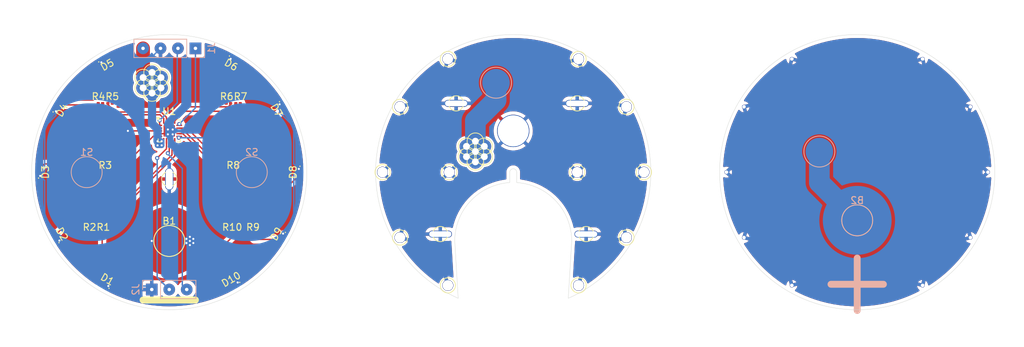
<source format=kicad_pcb>
(kicad_pcb (version 20240108) (generator "pcbnew") (generator_version "8.0")
  (layers (0 "F.Cu" signal) (31 "B.Cu" signal) (34 "B.Paste" user) (35 "F.Paste" user) (36 "B.SilkS" user "B.Silkscreen") (37 "F.SilkS" user "F.Silkscreen") (38 "B.Mask" user) (39 "F.Mask" user) (44 "Edge.Cuts" user))
  (net 0 "")
  (net 1 "Net-(D1-A)")
  (net 2 "GND")
  (net 3 "+3V0")
  (net 4 "Net-(D2-A)")
  (net 5 "Net-(D3-A)")
  (net 6 "Net-(D4-A)")
  (net 7 "Net-(D5-A)")
  (net 8 "Net-(D6-A)")
  (net 9 "Net-(D10-A)")
  (net 10 "Net-(D9-A)")
  (net 11 "Net-(D8-A)")
  (net 12 "Net-(D7-A)")
  (net 13 "/LED7")
  (net 14 "/LED6")
  (net 15 "/LED5")
  (net 16 "/LED4")
  (net 17 "/NRST")
  (net 18 "/SWIO")
  (net 19 "/LED10")
  (net 20 "/LED9")
  (net 21 "/LED8")
  (net 22 "/LED3")
  (net 23 "/LED2")
  (net 24 "/LED1")
  (net 27 "/RX")
  (net 28 "/TX")
  (net 29 "/touch2")
  (net 30 "/touch1")
  (footprint "TestPoint:TestPoint_THTPad_3.0x3.0mm_Drill1.5mm" (layer "F.Cu") (at 100 44)
    (property "Reference" "T1" (hide yes))
    (property "Value" "TestPoint_THTPad_3.0x3.0mm_Drill1.5mm" (hide yes))
    (pad "1" thru_hole circle (at 0 0) (size 4.7 4.7) (drill 4.5) (layers "*.Cu" "*.Mask") (net 2 "GND"))
  )
  (footprint "LED_SMD:LED_0201_0603Metric" (layer "F.Cu") (at 31 50 90)
    (property "Reference" "D3" (at 0 1 90) (layer "F.SilkS"))
    (property "Value" "LED")
    (pad "1" smd roundrect (at -0.32 0 90) (size 0.46 0.4) (layers "F.Cu" "F.Mask") (net 2 "GND"))
    (pad "2" smd roundrect (at 0.32 0 90) (size 0.46 0.4) (layers "F.Cu" "F.Mask") (net 5 "Net-(D3-A)"))
  )
  (footprint "TestPoint:TestPoint_THTPad_D1.0mm_Drill0.5mm" (layer "F.Cu") (at 133.545517 59.5 120)
    (property "Reference" "T29" (hide yes))
    (property "Value" "TestPoint_THTPad_D1.0mm_Drill0.5mm" (hide yes))
    (pad "1" thru_hole circle (at 0 0 120) (size 0.6 0.6) (drill 0.5) (layers "*.Cu" "*.Mask") (net 2 "GND"))
  )
  (footprint "TestPoint:TestPoint_THTPad_D1.0mm_Drill0.5mm" (layer "F.Cu") (at 169 50 -90)
    (property "Reference" "T24" (hide yes))
    (property "Value" "TestPoint_THTPad_D1.0mm_Drill0.5mm" (hide yes))
    (pad "1" thru_hole circle (at 0 0 270) (size 0.6 0.6) (drill 0.5) (layers "*.Cu" "*.Mask") (net 2 "GND"))
  )
  (footprint "LED_SMD:LED_0201_0603Metric" (layer "F.Cu") (at 59.5 66.454482 -150)
    (property "Reference" "D10" (at 0 1 30) (layer "F.SilkS"))
    (property "Value" "LED")
    (pad "1" smd roundrect (at -0.32 0 210) (size 0.46 0.4) (layers "F.Cu" "F.Mask") (net 2 "GND"))
    (pad "2" smd roundrect (at 0.32 0 210) (size 0.46 0.4) (layers "F.Cu" "F.Mask") (net 9 "Net-(D10-A)"))
  )
  (footprint "LED_SMD:LED_0201_0603Metric" (layer "F.Cu") (at 66.454482 59.5 -120)
    (property "Reference" "D9" (at 0 1 60) (layer "F.SilkS"))
    (property "Value" "LED")
    (pad "1" smd roundrect (at -0.32 0 240) (size 0.46 0.4) (layers "F.Cu" "F.Mask") (net 2 "GND"))
    (pad "2" smd roundrect (at 0.32 0 240) (size 0.46 0.4) (layers "F.Cu" "F.Mask") (net 10 "Net-(D9-A)"))
  )
  (footprint "TestPoint:TestPoint_THTPad_3.0x3.0mm_Drill1.5mm" (layer "F.Cu") (at 116.454482 40.5 -60)
    (property "Reference" "T3" (hide yes))
    (property "Value" "TestPoint_THTPad_3.0x3.0mm_Drill1.5mm" (hide yes))
    (pad "1" thru_hole circle (at 0 0 300) (size 1.6 1.6) (drill 1.5) (layers "*.Cu" "*.Mask") (net 2 "GND"))
  )
  (footprint "TestPoint:TestPoint_THTPad_3.0x3.0mm_Drill1.5mm" (layer "F.Cu") (at 83.545517 59.5 120)
    (property "Reference" "T9" (hide yes))
    (property "Value" "TestPoint_THTPad_3.0x3.0mm_Drill1.5mm" (hide yes))
    (pad "1" thru_hole circle (at 0 0 120) (size 1.6 1.6) (drill 1.5) (layers "*.Cu" "*.Mask") (net 2 "GND"))
  )
  (footprint "TestPoint:TestPoint_THTPad_3.0x3.0mm_Drill1.5mm" (layer "F.Cu") (at 119 50 -90)
    (property "Reference" "T4" (hide yes))
    (property "Value" "TestPoint_THTPad_3.0x3.0mm_Drill1.5mm" (hide yes))
    (pad "1" thru_hole circle (at 0 0 270) (size 1.6 1.6) (drill 1.5) (layers "*.Cu" "*.Mask") (net 2 "GND"))
  )
  (footprint "TestPoint:TestPoint_THTPad_D2.0mm_Drill1.0mm" (layer "F.Cu") (at 94.5 45.5)
    (property "Reference" "T51" (hide yes))
    (property "Value" "TestPoint_THTPad_D2.0mm_Drill1.0mm" (hide yes))
    (pad "1" thru_hole circle (at 0 0) (size 2 2) (drill 1) (layers "*.Cu" "*.Mask") (net 3 "+3V0"))
  )
  (footprint "Resistor_SMD:R_0201_0603Metric" (layer "F.Cu") (at 61.3 59)
    (property "Reference" "R9" (at 0.870782 -1 0) (layer "F.SilkS"))
    (property "Value" "R")
    (pad "1" smd roundrect (at -0.32 0) (size 0.46 0.4) (layers "F.Cu" "F.Mask") (net 20 "/LED9"))
    (pad "2" smd roundrect (at 0.32 0) (size 0.46 0.4) (layers "F.Cu" "F.Mask") (net 10 "Net-(D9-A)"))
  )
  (footprint "TestPoint:TestPoint_THTPad_3.0x3.0mm_Drill1.5mm" (layer "F.Cu") (at 109.5 33.545517 -30)
    (property "Reference" "T2" (hide yes))
    (property "Value" "TestPoint_THTPad_3.0x3.0mm_Drill1.5mm" (hide yes))
    (pad "1" thru_hole circle (at 0 0 330) (size 1.6 1.6) (drill 1.5) (layers "*.Cu" "*.Mask") (net 2 "GND"))
  )
  (footprint "Resistor_SMD:R_0201_0603Metric" (layer "F.Cu") (at 40.1 59)
    (property "Reference" "R1" (at 0.32 -1 0) (layer "F.SilkS"))
    (property "Value" "R")
    (pad "1" smd roundrect (at -0.32 0) (size 0.46 0.4) (layers "F.Cu" "F.Mask") (net 24 "/LED1"))
    (pad "2" smd roundrect (at 0.32 0) (size 0.46 0.4) (layers "F.Cu" "F.Mask") (net 1 "Net-(D1-A)"))
  )
  (footprint "Package_DFN_QFN:QFN-20-1EP_3x3mm_P0.4mm_EP1.65x1.65mm" (layer "F.Cu") (at 50 44)
    (property "Reference" "U1" (at 0 -2.83 0) (layer "F.SilkS"))
    (property "Value" "WCH CH32V003F4U6")
    (pad "1" smd roundrect (at -1.45 -0.8) (size 0.85 0.2) (layers "F.Cu" "F.Paste" "F.Mask") (net 17 "/NRST"))
    (pad "2" smd roundrect (at -1.45 -0.4) (size 0.85 0.2) (layers "F.Cu" "F.Paste" "F.Mask"))
    (pad "3" smd roundrect (at -1.45 0) (size 0.85 0.2) (layers "F.Cu" "F.Paste" "F.Mask") (net 30 "/touch1"))
    (pad "4" smd roundrect (at -1.45 0.4) (size 0.85 0.2) (layers "F.Cu" "F.Paste" "F.Mask") (net 2 "GND"))
    (pad "5" smd roundrect (at -1.45 0.8) (size 0.85 0.2) (layers "F.Cu" "F.Paste" "F.Mask") (net 22 "/LED3"))
    (pad "6" smd roundrect (at -0.8 1.45) (size 0.2 0.85) (layers "F.Cu" "F.Paste" "F.Mask") (net 3 "+3V0"))
    (pad "7" smd roundrect (at -0.4 1.45) (size 0.2 0.85) (layers "F.Cu" "F.Paste" "F.Mask") (net 28 "/TX"))
    (pad "8" smd roundrect (at 0 1.45) (size 0.2 0.85) (layers "F.Cu" "F.Paste" "F.Mask") (net 27 "/RX"))
    (pad "9" smd roundrect (at 0.4 1.45) (size 0.2 0.85) (layers "F.Cu" "F.Paste" "F.Mask") (net 23 "/LED2"))
    (pad "10" smd roundrect (at 0.8 1.45) (size 0.2 0.85) (layers "F.Cu" "F.Paste" "F.Mask") (net 24 "/LED1"))
    (pad "11" smd roundrect (at 1.45 0.8) (size 0.85 0.2) (layers "F.Cu" "F.Paste" "F.Mask") (net 29 "/touch2"))
    (pad "12" smd roundrect (at 1.45 0.4) (size 0.85 0.2) (layers "F.Cu" "F.Paste" "F.Mask") (net 19 "/LED10"))
    (pad "13" smd roundrect (at 1.45 0) (size 0.85 0.2) (layers "F.Cu" "F.Paste" "F.Mask") (net 20 "/LED9"))
    (pad "14" smd roundrect (at 1.45 -0.4) (size 0.85 0.2) (layers "F.Cu" "F.Paste" "F.Mask") (net 21 "/LED8"))
    (pad "15" smd roundrect (at 1.45 -0.8) (size 0.85 0.2) (layers "F.Cu" "F.Paste" "F.Mask") (net 18 "/SWIO"))
    (pad "16" smd roundrect (at 0.8 -1.45) (size 0.2 0.85) (layers "F.Cu" "F.Paste" "F.Mask") (net 13 "/LED7"))
    (pad "17" smd roundrect (at 0.4 -1.45) (size 0.2 0.85) (layers "F.Cu" "F.Paste" "F.Mask") (net 14 "/LED6"))
    (pad "18" smd roundrect (at 0 -1.45) (size 0.2 0.85) (layers "F.Cu" "F.Paste" "F.Mask"))
    (pad "19" smd roundrect (at -0.4 -1.45) (size 0.2 0.85) (layers "F.Cu" "F.Paste" "F.Mask") (net 15 "/LED5"))
    (pad "20" smd roundrect (at -0.8 -1.45) (size 0.2 0.85) (layers "F.Cu" "F.Paste" "F.Mask") (net 16 "/LED4"))
    (pad "21" smd rect (at 0 0) (size 1.65 1.65) (property pad_prop_heatsink) (layers "F.Cu" "F.Mask") (net 2 "GND"))
  )
  (footprint "TestPoint:TestPoint_THTPad_D2.0mm_Drill1.0mm" (layer "F.Cu") (at 95.799038 47.75 -120)
    (property "Reference" "T53" (hide yes))
    (property "Value" "TestPoint_THTPad_D2.0mm_Drill1.0mm" (hide yes))
    (pad "1" thru_hole circle (at 0 0 240) (size 2 2) (drill 1) (layers "*.Cu" "*.Mask") (net 3 "+3V0"))
  )
  (footprint "TestPoint:TestPoint_THTPad_D2.0mm_Drill1.0mm" (layer "F.Cu") (at 47.5 37)
    (property "Reference" "T51" (hide yes))
    (property "Value" "TestPoint_THTPad_D2.0mm_Drill1.0mm" (hide yes))
    (pad "1" thru_hole circle (at 0 0) (size 2 2) (drill 1) (layers "*.Cu" "*.Mask") (net 3 "+3V0"))
  )
  (footprint "TestPoint:TestPoint_THTPad_3.0x3.0mm_Drill1.5mm" (layer "F.Cu") (at 89.4 59)
    (property "Reference" "T9" (hide yes))
    (property "Value" "TestPoint_THTPad_3.0x3.0mm_Drill1.5mm" (hide yes))
    (pad "1" thru_hole oval (at 0 0) (size 3.4 1) (drill oval 3.2 0.8) (layers "*.Cu" "*.Mask") (net 2 "GND"))
  )
  (footprint "TestPoint:TestPoint_THTPad_3.0x3.0mm_Drill1.5mm" (layer "F.Cu") (at 109.3 40)
    (property "Reference" "T9" (hide yes))
    (property "Value" "TestPoint_THTPad_3.0x3.0mm_Drill1.5mm" (hide yes))
    (pad "1" thru_hole oval (at 0 0) (size 3.4 1) (drill oval 3.2 0.8) (layers "*.Cu" "*.Mask") (net 2 "GND"))
  )
  (footprint "LED_SMD:LED_0201_0603Metric" (layer "F.Cu") (at 33.545517 59.5 120)
    (property "Reference" "D2" (at 0 1 120) (layer "F.SilkS"))
    (property "Value" "LED")
    (pad "1" smd roundrect (at -0.32 0 120) (size 0.46 0.4) (layers "F.Cu" "F.Mask") (net 2 "GND"))
    (pad "2" smd roundrect (at 0.32 0 120) (size 0.46 0.4) (layers "F.Cu" "F.Mask") (net 4 "Net-(D2-A)"))
  )
  (footprint "TestPoint:TestPoint_THTPad_3.0x3.0mm_Drill1.5mm" (layer "F.Cu") (at 109.5 66.454482 -150)
    (property "Reference" "T6" (hide yes))
    (property "Value" "TestPoint_THTPad_3.0x3.0mm_Drill1.5mm" (hide yes))
    (pad "1" thru_hole circle (at 0 0 210) (size 1.6 1.6) (drill 1.5) (layers "*.Cu" "*.Mask") (net 2 "GND"))
  )
  (footprint "TestPoint:TestPoint_THTPad_D2.0mm_Drill1.0mm" (layer "F.Cu") (at 94.5 48.5 180)
    (property "Reference" "T54" (hide yes))
    (property "Value" "TestPoint_THTPad_D2.0mm_Drill1.0mm" (hide yes))
    (pad "1" thru_hole circle (at 0 0 180) (size 2 2) (drill 1) (layers "*.Cu" "*.Mask") (net 3 "+3V0"))
  )
  (footprint "TestPoint:TestPoint_THTPad_D1.0mm_Drill0.5mm" (layer "F.Cu") (at 159.5 33.545517 -30)
    (property "Reference" "T22" (hide yes))
    (property "Value" "TestPoint_THTPad_D1.0mm_Drill0.5mm" (hide yes))
    (pad "1" thru_hole circle (at 0 0 330) (size 0.6 0.6) (drill 0.5) (layers "*.Cu" "*.Mask") (net 2 "GND"))
  )
  (footprint "TestPoint:TestPoint_THTPad_D1.0mm_Drill0.5mm" (layer "F.Cu") (at 140.5 33.545517 30)
    (property "Reference" "T32" (hide yes))
    (property "Value" "TestPoint_THTPad_D1.0mm_Drill0.5mm" (hide yes))
    (pad "1" thru_hole circle (at 0 0 30) (size 0.6 0.6) (drill 0.5) (layers "*.Cu" "*.Mask") (net 2 "GND"))
  )
  (footprint "TestPoint:TestPoint_THTPad_D2.0mm_Drill1.0mm" (layer "F.Cu") (at 95.799038 46.25 -60)
    (property "Reference" "T52" (hide yes))
    (property "Value" "TestPoint_THTPad_D2.0mm_Drill1.0mm" (hide yes))
    (pad "1" thru_hole circle (at 0 0 300) (size 2 2) (drill 1) (layers "*.Cu" "*.Mask") (net 3 "+3V0"))
  )
  (footprint "TestPoint:TestPoint_THTPad_3.0x3.0mm_Drill1.5mm" (layer "F.Cu") (at 81 50 90)
    (property "Reference" "T10" (hide yes))
    (property "Value" "TestPoint_THTPad_3.0x3.0mm_Drill1.5mm" (hide yes))
    (pad "1" thru_hole circle (at 0 0 90) (size 1.6 1.6) (drill 1.5) (layers "*.Cu" "*.Mask") (net 2 "GND"))
  )
  (footprint "TestPoint:TestPoint_THTPad_3.0x3.0mm_Drill1.5mm" (layer "F.Cu") (at 116.454482 59.5 -120)
    (property "Reference" "T5" (hide yes))
    (property "Value" "TestPoint_THTPad_3.0x3.0mm_Drill1.5mm" (hide yes))
    (pad "1" thru_hole circle (at 0 0 240) (size 1.6 1.6) (drill 1.5) (layers "*.Cu" "*.Mask") (net 2 "GND"))
  )
  (footprint "TestPoint:TestPoint_THTPad_D2.0mm_Drill1.0mm" (layer "F.Cu") (at 46.200961 37.75 120)
    (property "Reference" "T55" (hide yes))
    (property "Value" "TestPoint_THTPad_D2.0mm_Drill1.0mm" (hide yes))
    (pad "1" thru_hole circle (at 0 0 120) (size 2 2) (drill 1) (layers "*.Cu" "*.Mask") (net 3 "+3V0"))
  )
  (footprint "TestPoint:TestPoint_THTPad_D2.0mm_Drill1.0mm" (layer "F.Cu") (at 48.799038 37.75 -120)
    (property "Reference" "T53" (hide yes))
    (property "Value" "TestPoint_THTPad_D2.0mm_Drill1.0mm" (hide yes))
    (pad "1" thru_hole circle (at 0 0 240) (size 2 2) (drill 1) (layers "*.Cu" "*.Mask") (net 3 "+3V0"))
  )
  (footprint "TestPoint:TestPoint_THTPad_D2.0mm_Drill1.0mm" (layer "F.Cu") (at 93.200961 46.25 60)
    (property "Reference" "T56" (hide yes))
    (property "Value" "TestPoint_THTPad_D2.0mm_Drill1.0mm" (hide yes))
    (pad "1" thru_hole circle (at 0 0 60) (size 2 2) (drill 1) (layers "*.Cu" "*.Mask") (net 3 "+3V0"))
  )
  (footprint "LED_SMD:LED_0201_0603Metric" (layer "F.Cu") (at 59.5 33.545517 -30)
    (property "Reference" "D6" (at 0 1 150) (layer "F.SilkS"))
    (property "Value" "LED")
    (pad "1" smd roundrect (at -0.32 0 330) (size 0.46 0.4) (layers "F.Cu" "F.Mask") (net 2 "GND"))
    (pad "2" smd roundrect (at 0.32 0 330) (size 0.46 0.4) (layers "F.Cu" "F.Mask") (net 8 "Net-(D6-A)"))
  )
  (footprint "TestPoint:TestPoint_THTPad_D1.0mm_Drill0.5mm" (layer "F.Cu") (at 131 50 90)
    (property "Reference" "T30" (hide yes))
    (property "Value" "TestPoint_THTPad_D1.0mm_Drill0.5mm" (hide yes))
    (pad "1" thru_hole circle (at 0 0 90) (size 0.6 0.6) (drill 0.5) (layers "*.Cu" "*.Mask") (net 2 "GND"))
  )
  (footprint "TestPoint:TestPoint_THTPad_3.0x3.0mm_Drill1.5mm" (layer "F.Cu") (at 109.3 50)
    (property "Reference" "T9" (hide yes))
    (property "Value" "TestPoint_THTPad_3.0x3.0mm_Drill1.5mm" (hide yes))
    (pad "1" thru_hole circle (at 0 0) (size 1.6 1.6) (drill 1.5) (layers "*.Cu" "*.Mask") (net 2 "GND"))
  )
  (footprint "TestPoint:TestPoint_THTPad_D1.0mm_Drill0.5mm" (layer "F.Cu") (at 166.454482 59.5 -120)
    (property "Reference" "T25" (hide yes))
    (property "Value" "TestPoint_THTPad_D1.0mm_Drill0.5mm" (hide yes))
    (pad "1" thru_hole circle (at 0 0 240) (size 0.6 0.6) (drill 0.5) (layers "*.Cu" "*.Mask") (net 2 "GND"))
  )
  (footprint "Resistor_SMD:R_0201_0603Metric" (layer "F.Cu") (at 40.7 50 180)
    (property "Reference" "R3" (at 0 1 0) (layer "F.SilkS"))
    (property "Value" "R")
    (pad "1" smd roundrect (at -0.32 0 180) (size 0.46 0.4) (layers "F.Cu" "F.Mask") (net 22 "/LED3"))
    (pad "2" smd roundrect (at 0.32 0 180) (size 0.46 0.4) (layers "F.Cu" "F.Mask") (net 5 "Net-(D3-A)"))
  )
  (footprint "TestPoint:TestPoint_THTPad_D1.0mm_Drill0.5mm" (layer "F.Cu") (at 159.5 66.454482 -150)
    (property "Reference" "T26" (hide yes))
    (property "Value" "TestPoint_THTPad_D1.0mm_Drill0.5mm" (hide yes))
    (pad "1" thru_hole circle (at 0 0 210) (size 0.6 0.6) (drill 0.5) (layers "*.Cu" "*.Mask") (net 2 "GND"))
  )
  (footprint "Resistor_SMD:R_0201_0603Metric" (layer "F.Cu") (at 60 40)
    (property "Reference" "R7" (at 0.362782 -1 0) (layer "F.SilkS"))
    (property "Value" "R")
    (pad "1" smd roundrect (at -0.32 0) (size 0.46 0.4) (layers "F.Cu" "F.Mask") (net 13 "/LED7"))
    (pad "2" smd roundrect (at 0.32 0) (size 0.46 0.4) (layers "F.Cu" "F.Mask") (net 12 "Net-(D7-A)"))
  )
  (footprint "Resistor_SMD:R_0201_0603Metric" (layer "F.Cu") (at 59.3 50)
    (property "Reference" "R8" (at 0 -1 0) (layer "F.SilkS"))
    (property "Value" "R")
    (pad "1" smd roundrect (at -0.32 0) (size 0.46 0.4) (layers "F.Cu" "F.Mask") (net 21 "/LED8"))
    (pad "2" smd roundrect (at 0.32 0) (size 0.46 0.4) (layers "F.Cu" "F.Mask") (net 11 "Net-(D8-A)"))
  )
  (footprint "LED_SMD:LED_0201_0603Metric" (layer "F.Cu") (at 33.545517 40.5 60)
    (property "Reference" "D4" (at 0 1 60) (layer "F.SilkS"))
    (property "Value" "LED")
    (pad "1" smd roundrect (at -0.32 0 60) (size 0.46 0.4) (layers "F.Cu" "F.Mask") (net 2 "GND"))
    (pad "2" smd roundrect (at 0.32 0 60) (size 0.46 0.4) (layers "F.Cu" "F.Mask") (net 6 "Net-(D4-A)"))
  )
  (footprint "LED_SMD:LED_0201_0603Metric" (layer "F.Cu") (at 40.499999 33.545517 30)
    (property "Reference" "D5" (at 0 1 30) (layer "F.SilkS"))
    (property "Value" "LED")
    (pad "1" smd roundrect (at -0.32 0 30) (size 0.46 0.4) (layers "F.Cu" "F.Mask") (net 2 "GND"))
    (pad "2" smd roundrect (at 0.32 0 30) (size 0.46 0.4) (layers "F.Cu" "F.Mask") (net 7 "Net-(D5-A)"))
  )
  (footprint "Resistor_SMD:R_0201_0603Metric" (layer "F.Cu") (at 41.4 40)
    (property "Reference" "R5" (at 0.32 -1 0) (layer "F.SilkS"))
    (property "Value" "R")
    (pad "1" smd roundrect (at -0.32 0) (size 0.46 0.4) (layers "F.Cu" "F.Mask") (net 15 "/LED5"))
    (pad "2" smd roundrect (at 0.32 0) (size 0.46 0.4) (layers "F.Cu" "F.Mask") (net 7 "Net-(D5-A)"))
  )
  (footprint "TestPoint:TestPoint_THTPad_D2.0mm_Drill1.0mm" (layer "F.Cu") (at 47.5 35.5)
    (property "Reference" "T51" (hide yes))
    (property "Value" "TestPoint_THTPad_D2.0mm_Drill1.0mm" (hide yes))
    (pad "1" thru_hole circle (at 0 0) (size 2 2) (drill 1) (layers "*.Cu" "*.Mask") (net 3 "+3V0"))
  )
  (footprint "TestPoint:TestPoint_THTPad_3.0x3.0mm_Drill1.5mm" (layer "F.Cu") (at 90.7 50)
    (property "Reference" "T9" (hide yes))
    (property "Value" "TestPoint_THTPad_3.0x3.0mm_Drill1.5mm" (hide yes))
    (pad "1" thru_hole circle (at 0 0) (size 1.6 1.6) (drill 1.5) (layers "*.Cu" "*.Mask") (net 2 "GND"))
  )
  (footprint "LED_SMD:LED_0201_0603Metric" (layer "F.Cu") (at 40.5 66.454482 150)
    (property "Reference" "D1" (at 0 1 150) (layer "F.SilkS"))
    (property "Value" "LED")
    (pad "1" smd roundrect (at -0.32 0 150) (size 0.46 0.4) (layers "F.Cu" "F.Mask") (net 2 "GND"))
    (pad "2" smd roundrect (at 0.32 0 150) (size 0.46 0.4) (layers "F.Cu" "F.Mask") (net 1 "Net-(D1-A)"))
  )
  (footprint "TestPoint:TestPoint_THTPad_3.0x3.0mm_Drill1.5mm" (layer "F.Cu") (at 90.5 66.454482 150)
    (property "Reference" "T8" (hide yes))
    (property "Value" "TestPoint_THTPad_3.0x3.0mm_Drill1.5mm" (hide yes))
    (pad "1" thru_hole circle (at 0 0 150) (size 1.6 1.6) (drill 1.5) (layers "*.Cu" "*.Mask") (net 2 "GND"))
  )
  (footprint "TestPoint:TestPoint_THTPad_D2.0mm_Drill1.0mm" (layer "F.Cu") (at 46.200961 36.25 60)
    (property "Reference" "T56" (hide yes))
    (property "Value" "TestPoint_THTPad_D2.0mm_Drill1.0mm" (hide yes))
    (pad "1" thru_hole circle (at 0 0 60) (size 2 2) (drill 1) (layers "*.Cu" "*.Mask") (net 3 "+3V0"))
  )
  (footprint "TestPoint:TestPoint_THTPad_D2.0mm_Drill1.0mm" (layer "F.Cu") (at 48.799038 36.25 -60)
    (property "Reference" "T52" (hide yes))
    (property "Value" "TestPoint_THTPad_D2.0mm_Drill1.0mm" (hide yes))
    (pad "1" thru_hole circle (at 0 0 300) (size 2 2) (drill 1) (layers "*.Cu" "*.Mask") (net 3 "+3V0"))
  )
  (footprint "TestPoint:TestPoint_THTPad_D2.0mm_Drill1.0mm" (layer "F.Cu") (at 94.5 47)
    (property "Reference" "T51" (hide yes))
    (property "Value" "TestPoint_THTPad_D2.0mm_Drill1.0mm" (hide yes))
    (pad "1" thru_hole circle (at 0 0) (size 2 2) (drill 1) (layers "*.Cu" "*.Mask") (net 3 "+3V0"))
  )
  (footprint "TestPoint:TestPoint_THTPad_3.0x3.0mm_Drill1.5mm" (layer "F.Cu") (at 91.7 40)
    (property "Reference" "T9" (hide yes))
    (property "Value" "TestPoint_THTPad_3.0x3.0mm_Drill1.5mm" (hide yes))
    (pad "1" thru_hole oval (at 0 0) (size 3.4 1) (drill oval 3.2 0.8) (layers "*.Cu" "*.Mask") (net 2 "GND"))
  )
  (footprint "TestPoint:TestPoint_THTPad_3.0x3.0mm_Drill1.5mm" (layer "F.Cu") (at 90.499999 33.545517 30)
    (property "Reference" "T12" (hide yes))
    (property "Value" "TestPoint_THTPad_3.0x3.0mm_Drill1.5mm" (hide yes))
    (pad "1" thru_hole circle (at 0 0 30) (size 1.6 1.6) (drill 1.5) (layers "*.Cu" "*.Mask") (net 2 "GND"))
  )
  (footprint "LED_SMD:LED_0201_0603Metric" (layer "F.Cu") (at 66.454482 40.5 -60)
    (property "Reference" "D7" (at 0 1 120) (layer "F.SilkS"))
    (property "Value" "LED")
    (pad "1" smd roundrect (at -0.32 0 300) (size 0.46 0.4) (layers "F.Cu" "F.Mask") (net 2 "GND"))
    (pad "2" smd roundrect (at 0.32 0 300) (size 0.46 0.4) (layers "F.Cu" "F.Mask") (net 12 "Net-(D7-A)"))
  )
  (footprint "TestPoint:TestPoint_THTPad_D1.0mm_Drill0.5mm" (layer "F.Cu") (at 140.5 66.454482 150)
    (property "Reference" "T28" (hide yes))
    (property "Value" "TestPoint_THTPad_D1.0mm_Drill0.5mm" (hide yes))
    (pad "1" thru_hole circle (at 0 0 150) (size 0.6 0.6) (drill 0.5) (layers "*.Cu" "*.Mask") (net 2 "GND"))
  )
  (footprint "Resistor_SMD:R_0201_0603Metric" (layer "F.Cu") (at 59.9 59 180)
    (property "Reference" "R10" (at 0.752 1 0) (layer "F.SilkS"))
    (property "Value" "R")
    (pad "1" smd roundrect (at -0.32 0 180) (size 0.46 0.4) (layers "F.Cu" "F.Mask") (net 19 "/LED10"))
    (pad "2" smd roundrect (at 0.32 0 180) (size 0.46 0.4) (layers "F.Cu" "F.Mask") (net 9 "Net-(D10-A)"))
  )
  (footprint "TestPoint:TestPoint_Pad_D4.0mm" (layer "F.Cu") (at 50 60)
    (property "Reference" "-" (at 0 7.818 0) (layer "F.SilkS") (effects (font (size 10 10) (thickness 1))))
    (property "Value" "BAT-")
    (pad "1" smd circle (at 0 0) (size 10 10) (layers "F.Cu" "F.Mask") (net 2 "GND"))
  )
  (footprint "TestPoint:TestPoint_THTPad_D2.0mm_Drill1.0mm" (layer "F.Cu") (at 47.5 38.5 180)
    (property "Reference" "T54" (hide yes))
    (property "Value" "TestPoint_THTPad_D2.0mm_Drill1.0mm" (hide yes))
    (pad "1" thru_hole circle (at 0 0 180) (size 2 2) (drill 1) (layers "*.Cu" "*.Mask") (net 3 "+3V0"))
  )
  (footprint "TestPoint:TestPoint_THTPad_3.0x3.0mm_Drill1.5mm" (layer "F.Cu") (at 83.545517 40.5 60)
    (property "Reference" "T11" (hide yes))
    (property "Value" "TestPoint_THTPad_3.0x3.0mm_Drill1.5mm" (hide yes))
    (pad "1" thru_hole circle (at 0 0 60) (size 1.6 1.6) (drill 1.5) (layers "*.Cu" "*.Mask") (net 2 "GND"))
  )
  (footprint "TestPoint:TestPoint_THTPad_3.0x3.0mm_Drill1.5mm" (layer "F.Cu") (at 50 51)
    (property "Reference" "T1" (hide yes))
    (property "Value" "TestPoint_THTPad_3.0x3.0mm_Drill1.5mm" (hide yes))
    (pad "1" thru_hole oval (at 0 0) (size 1.2 3.2) (drill oval 1 3) (layers "*.Cu" "*.Mask") (net 2 "GND"))
  )
  (footprint "LED_SMD:LED_0201_0603Metric" (layer "F.Cu") (at 69 50 -90)
    (property "Reference" "D8" (at 0 1 90) (layer "F.SilkS"))
    (property "Value" "LED")
    (pad "1" smd roundrect (at -0.32 0 270) (size 0.46 0.4) (layers "F.Cu" "F.Mask") (net 2 "GND"))
    (pad "2" smd roundrect (at 0.32 0 270) (size 0.46 0.4) (layers "F.Cu" "F.Mask") (net 11 "Net-(D8-A)"))
  )
  (footprint "Resistor_SMD:R_0201_0603Metric" (layer "F.Cu") (at 58.6 40 180)
    (property "Reference" "R6" (at 0.244 1 0) (layer "F.SilkS"))
    (property "Value" "R")
    (pad "1" smd roundrect (at -0.32 0 180) (size 0.46 0.4) (layers "F.Cu" "F.Mask") (net 14 "/LED6"))
    (pad "2" smd roundrect (at 0.32 0 180) (size 0.46 0.4) (layers "F.Cu" "F.Mask") (net 8 "Net-(D6-A)"))
  )
  (footprint "TestPoint:TestPoint_THTPad_D2.0mm_Drill1.0mm" (layer "F.Cu") (at 93.200961 47.75 120)
    (property "Reference" "T55" (hide yes))
    (property "Value" "TestPoint_THTPad_D2.0mm_Drill1.0mm" (hide yes))
    (pad "1" thru_hole circle (at 0 0 120) (size 2 2) (drill 1) (layers "*.Cu" "*.Mask") (net 3 "+3V0"))
  )
  (footprint "TestPoint:TestPoint_Pad_D4.0mm" (layer "F.Cu") (at 50 60)
    (property "Reference" "B1" (at 0 -2.898 0) (layer "F.SilkS"))
    (property "Value" "BAT-")
    (pad "1" smd circle (at 0 0) (size 4 4) (layers "F.Cu" "F.Mask") (net 2 "GND"))
  )
  (footprint "TestPoint:TestPoint_THTPad_3.0x3.0mm_Drill1.5mm" (layer "F.Cu") (at 110.6 59)
    (property "Reference" "T9" (hide yes))
    (property "Value" "TestPoint_THTPad_3.0x3.0mm_Drill1.5mm" (hide yes))
    (pad "1" thru_hole oval (at 0 0) (size 3.4 1) (drill oval 3.2 0.8) (layers "*.Cu" "*.Mask") (net 2 "GND"))
  )
  (footprint "TestPoint:TestPoint_THTPad_D1.0mm_Drill0.5mm" (layer "F.Cu") (at 133.545517 40.5 60)
    (property "Reference" "T31" (hide yes))
    (property "Value" "TestPoint_THTPad_D1.0mm_Drill0.5mm" (hide yes))
    (pad "1" thru_hole circle (at 0 0 60) (size 0.6 0.6) (drill 0.5) (layers "*.Cu" "*.Mask") (net 2 "GND"))
  )
  (footprint "TestPoint:TestPoint_THTPad_D1.0mm_Drill0.5mm" (layer "F.Cu") (at 166.454482 40.5 -60)
    (property "Reference" "T23" (hide yes))
    (property "Value" "TestPoint_THTPad_D1.0mm_Drill0.5mm" (hide yes))
    (pad "1" thru_hole circle (at 0 0 300) (size 0.6 0.6) (drill 0.5) (layers "*.Cu" "*.Mask") (net 2 "GND"))
  )
  (footprint "Resistor_SMD:R_0201_0603Metric" (layer "F.Cu") (at 40 40 180)
    (property "Reference" "R4" (at 0.286782 1 0) (layer "F.SilkS"))
    (property "Value" "R")
    (pad "1" smd roundrect (at -0.32 0 180) (size 0.46 0.4) (layers "F.Cu" "F.Mask") (net 16 "/LED4"))
    (pad "2" smd roundrect (at 0.32 0 180) (size 0.46 0.4) (layers "F.Cu" "F.Mask") (net 6 "Net-(D4-A)"))
  )
  (footprint "Resistor_SMD:R_0201_0603Metric" (layer "F.Cu") (at 38.7 59 180)
    (property "Reference" "R2" (at 0.286782 1 0) (layer "F.SilkS"))
    (property "Value" "R")
    (pad "1" smd roundrect (at -0.32 0 180) (size 0.46 0.4) (layers "F.Cu" "F.Mask") (net 23 "/LED2"))
    (pad "2" smd roundrect (at 0.32 0 180) (size 0.46 0.4) (layers "F.Cu" "F.Mask") (net 4 "Net-(D2-A)"))
  )
  (footprint "TestPoint:TestPoint_Pad_D4.0mm" (layer "B.Cu") (at 97.5 37 180)
    (property "Reference" "REF**" (hide yes))
    (property "Value" "TestPoint_Pad_D4.0mm" (hide yes))
    (pad "1" smd circle (at 0 0 180) (size 4 4) (layers "B.Cu" "B.Mask") (net 3 "+3V0"))
  )
  (footprint "TestPoint:TestPoint_Pad_D4.0mm" (layer "B.Cu") (at 144.5 47 180)
    (property "Reference" "REF**" (hide yes))
    (property "Value" "TestPoint_Pad_D4.0mm" (hide yes))
    (pad "1" smd circle (at 0 0 180) (size 4 4) (layers "B.Cu" "B.Mask") (net 3 "+3V0"))
  )
  (footprint "TestPoint:TestPoint_Pad_D4.0mm" (layer "B.Cu") (at 62 50 180)
    (property "Reference" "S2" (at 0 2.898 0) (layer "B.SilkS") (effects (justify mirror)))
    (property "Value" "touch")
    (pad "1" smd roundrect (at 0.7 0 180) (size 13 20) (layers "B.Cu" "B.Mask") (roundrect_rratio 0.4615384615) (net 29 "/touch2"))
  )
  (footprint "Connector_PinHeader_2.54mm:PinHeader_1x03_P2.54mm_Vertical" (layer "B.Cu") (at 47.46 67.056 -90)
    (property "Reference" "J2" (at 0 2.33 90) (layer "B.SilkS") (effects (justify mirror)))
    (property "Value" "Conn_01x03")
    (pad "1" thru_hole rect (at 0 0 270) (size 1.7 1.7) (drill 0.5) (layers "*.Cu" "*.Mask") (net 2 "GND"))
    (pad "2" thru_hole oval (at 0 -2.54 270) (size 1.7 1.7) (drill 0.5) (layers "*.Cu" "*.Mask") (net 28 "/TX"))
    (pad "3" thru_hole oval (at 0 -5.08 270) (size 1.7 1.7) (drill 0.5) (layers "*.Cu" "*.Mask") (net 27 "/RX"))
  )
  (footprint "TestPoint:TestPoint_Pad_D4.0mm" (layer "B.Cu") (at 38 50 180)
    (property "Reference" "S1" (at 0 2.898 0) (layer "B.SilkS") (effects (justify mirror)))
    (property "Value" "touch")
    (pad "1" smd roundrect (at -0.7 0 180) (size 13 20) (layers "B.Cu" "B.Mask") (roundrect_rratio 0.4615384615) (net 30 "/touch1"))
  )
  (footprint "TestPoint:TestPoint_Pad_D4.0mm" (layer "B.Cu") (at 150 57 180)
    (property "Reference" "+" (at 0 -8.532 0) (layer "B.SilkS") (effects (font (size 10 10) (thickness 1)) (justify mirror)))
    (property "Value" "BAT+")
    (pad "1" smd circle (at 0 0 180) (size 10 10) (layers "B.Cu" "B.Mask") (net 3 "+3V0"))
  )
  (footprint "TestPoint:TestPoint_Pad_D4.0mm" (layer "B.Cu") (at 150 57 180)
    (property "Reference" "B2" (at 0 2.898 0) (layer "B.SilkS") (effects (justify mirror)))
    (property "Value" "BAT+")
    (pad "1" smd circle (at 0 0 180) (size 4 4) (layers "B.Cu" "B.Mask") (net 3 "+3V0"))
  )
  (footprint "Connector_PinHeader_2.54mm:PinHeader_1x04_P2.54mm_Vertical" (layer "B.Cu") (at 53.81 32.004 90)
    (property "Reference" "J1" (at 0 2.33 90) (layer "B.SilkS") (effects (justify mirror)))
    (property "Value" "Conn_01x04")
    (pad "1" thru_hole rect (at 0 0 90) (size 1.7 1.7) (drill 0.5) (layers "*.Cu" "*.Mask") (net 18 "/SWIO"))
    (pad "2" thru_hole oval (at 0 -2.54 90) (size 1.7 1.7) (drill 0.5) (layers "*.Cu" "*.Mask") (net 17 "/NRST"))
    (pad "3" thru_hole oval (at 0 -5.08 90) (size 1.7 1.7) (drill 0.5) (layers "*.Cu" "*.Mask") (net 2 "GND"))
    (pad "4" thru_hole oval (at 0 -7.62 90) (size 1.7 1.7) (drill 0.5) (layers "*.Cu" "*.Mask") (net 3 "+3V0"))
  )
  (gr_poly (pts (xy 118.724697 42.972504) (xy 119.02113 43.81966) (xy 119.279257 44.679263) (xy 119.498558 45.549581) (xy 119.678592 46.428862) (xy 119.818995 47.315335) (xy 119.919486 48.207214) (xy 119.979861 49.102703) (xy 120 50) (xy 119.979861 50.897297) (xy 119.919486 51.792786) (xy 119.818995 52.684665) (xy 119.678592 53.571138) (xy 119.498558 54.450419) (xy 119.279257 55.320737) (xy 119.02113 56.18034) (xy 118.724697 57.027496) (xy 118.390555 57.860501) (xy 118.019377 58.677675) (xy 117.611911 59.477373) (xy 117.168976 60.257986) (xy 116.691465 61.01794) (xy 116.18034 61.755705) (xy 115.63663 62.469796) (xy 115.061429 63.158775) (xy 114.455897 63.821253) (xy 113.821253 64.455897) (xy 113.158775 65.061429) (xy 112.469796 65.63663) (xy 111.755705 66.18034) (xy 111.01794 66.691465) (xy 110.257986 67.168976) (xy 109.477373 67.611911) (xy 108.677675 68.019377) (xy 108 68.33) (xy 108.5 60) (xy 108.480185 59.419939) (xy 108.420831 58.842583) (xy 108.322215 58.270624) (xy 108.184797 57.706727) (xy 108.009218 57.153523) (xy 107.796296 56.613591) (xy 107.547024 56.089447) (xy 107.262565 55.583536) (xy 106.944244 55.098217) (xy 106.593546 54.635752) (xy 106.212106 54.198298) (xy 105.801702 53.787894) (xy 105.364248 53.406454) (xy 104.901783 53.055756) (xy 104.416464 52.737435) (xy 103.910553 52.452976) (xy 103.386409 52.203704) (xy 102.846477 51.990782) (xy 102.293273 51.815203) (xy 101.729376 51.677785) (xy 101.157417 51.579169) (xy 100.5 51.5) (xy 100.5 50) (xy 100.479746 49.859134) (xy 100.420627 49.72968) (xy 100.32743 49.622125) (xy 100.207708 49.545184) (xy 100.071157 49.505089) (xy 99.928843 49.505089) (xy 99.792292 49.545184) (xy 99.67257 49.622125) (xy 99.579373 49.72968) (xy 99.520254 49.859134) (xy 99.5 50) (xy 99.5 51.5) (xy 98.842583 51.579169) (xy 98.270624 51.677785) (xy 97.706727 51.815203) (xy 97.153523 51.990782) (xy 96.613591 52.203704) (xy 96.089447 52.452976) (xy 95.583536 52.737435) (xy 95.098217 53.055756) (xy 94.635752 53.406454) (xy 94.198298 53.787894) (xy 93.787894 54.198298) (xy 93.406454 54.635752) (xy 93.055756 55.098217) (xy 92.737435 55.583536) (xy 92.452976 56.089447) (xy 92.203704 56.613591) (xy 91.990782 57.153523) (xy 91.815203 57.706727) (xy 91.677785 58.270624) (xy 91.579169 58.842583) (xy 91.519815 59.419939) (xy 91.5 60) (xy 92 68.33) (xy 91.322325 68.019377) (xy 90.522627 67.611911) (xy 89.742014 67.168976) (xy 88.98206 66.691465) (xy 88.244295 66.18034) (xy 87.530204 65.63663) (xy 86.841225 65.061429) (xy 86.178747 64.455897) (xy 85.544103 63.821253) (xy 84.938571 63.158775) (xy 84.36337 62.469796) (xy 83.81966 61.755705) (xy 83.308535 61.01794) (xy 82.831024 60.257986) (xy 82.388089 59.477373) (xy 81.980623 58.677675) (xy 81.609445 57.860501) (xy 81.275303 57.027496) (xy 80.97887 56.18034) (xy 80.720743 55.320737) (xy 80.501442 54.450419) (xy 80.321408 53.571138) (xy 80.181005 52.684665) (xy 80.080514 51.792786) (xy 80.020139 50.897297) (xy 80 50) (xy 80.020139 49.102703) (xy 80.080514 48.207214) (xy 80.181005 47.315335) (xy 80.321408 46.428862) (xy 80.501442 45.549581) (xy 80.720743 44.679263) (xy 80.97887 43.81966) (xy 81.275303 42.972504) (xy 81.609445 42.139499) (xy 81.980623 41.322325) (xy 82.388089 40.522627) (xy 82.831024 39.742014) (xy 83.308535 38.98206) (xy 83.81966 38.244295) (xy 84.36337 37.530204) (xy 84.938571 36.841225) (xy 85.544103 36.178747) (xy 86.178747 35.544103) (xy 86.841225 34.938571) (xy 87.530204 34.36337) (xy 88.244295 33.81966) (xy 88.98206 33.308535) (xy 89.742014 32.831024) (xy 90.522627 32.388089) (xy 91.322325 31.980623) (xy 92.139499 31.609445) (xy 92.972504 31.275303) (xy 93.81966 30.97887) (xy 94.679263 30.720743) (xy 95.549581 30.501442) (xy 96.428862 30.321408) (xy 97.315335 30.181005) (xy 98.207214 30.080514) (xy 99.102703 30.020139) (xy 100 30) (xy 100.897297 30.020139) (xy 101.792786 30.080514) (xy 102.684665 30.181005) (xy 103.571138 30.321408) (xy 104.450419 30.501442) (xy 105.320737 30.720743) (xy 106.18034 30.97887) (xy 107.027496 31.275303) (xy 107.860501 31.609445) (xy 108.677675 31.980623) (xy 109.477373 32.388089) (xy 110.257986 32.831024) (xy 111.01794 33.308535) (xy 111.755705 33.81966) (xy 112.469796 34.36337) (xy 113.158775 34.938571) (xy 113.821253 35.544103) (xy 114.455897 36.178747) (xy 115.061429 36.841225) (xy 115.63663 37.530204) (xy 116.18034 38.244295) (xy 116.691465 38.98206) (xy 117.168976 39.742014) (xy 117.611911 40.522627) (xy 118.019377 41.322325) (xy 118.390555 42.139499)) (stroke (width 0.05)) (fill none) (layer "Edge.Cuts"))
  (gr_circle (center 50 50) (end 70 50) (stroke (width 0.05)) (fill none) (layer "Edge.Cuts"))
  (gr_circle (center 150 50) (end 170 50) (stroke (width 0.05)) (fill none) (layer "Edge.Cuts"))
  (segment (start 40.25 59.6) (end 40.25 66.267354) (width 0.2) (layer "F.Cu") (net 1))
  (segment (start 40.42 59) (end 40.42 59.43) (width 0.2) (layer "F.Cu") (net 1))
  (segment (start 40.25 66.267354) (end 40.222872 66.294482) (width 0.2) (layer "F.Cu") (net 1))
  (segment (start 40.42 59.43) (end 40.25 59.6) (width 0.2) (layer "F.Cu") (net 1))
  (segment (start 49.25 44.4) (end 49.425 44.575) (width 0.2) (layer "F.Cu") (net 2))
  (segment (start 48.55 44.4) (end 49.25 44.4) (width 0.2) (layer "F.Cu") (net 2))
  (via (at 33.528 41.148) (size 0.6) (drill 0.3) (layers "F.Cu" "B.Cu") (net 2))
  (via (at 50.5 43.8) (size 0.6) (drill 0.3) (layers "F.Cu" "B.Cu") (net 2))
  (via (at 52.5 59.7) (size 0.6) (drill 0.3) (layers "F.Cu" "B.Cu") (net 2))
  (via (at 53.5 59.7) (size 0.6) (drill 0.3) (layers "F.Cu" "B.Cu") (net 2))
  (via (at 47.46 60) (size 0.6) (drill 0.3) (layers "F.Cu" "B.Cu") (net 2))
  (via (at 66.548 58.928) (size 0.6) (drill 0.3) (layers "F.Cu" "B.Cu") (net 2))
  (via (at 53.5 60.3) (size 0.6) (drill 0.3) (layers "F.Cu" "B.Cu") (net 2))
  (via (at 53 60.6) (size 0.6) (drill 0.3) (layers "F.Cu" "B.Cu") (net 2))
  (via (at 66.04 40.132) (size 0.6) (drill 0.3) (layers "F.Cu" "B.Cu") (net 2))
  (via (at 52.5 60.3) (size 0.6) (drill 0.3) (layers "F.Cu" "B.Cu") (net 2))
  (via (at 68.834 49.53) (size 0.6) (drill 0.3) (layers "F.Cu" "B.Cu") (net 2))
  (via (at 53 60) (size 0.6) (drill 0.3) (layers "F.Cu" "B.Cu") (net 2))
  (via (at 40.132 34.036) (size 0.6) (drill 0.3) (layers "F.Cu" "B.Cu") (net 2))
  (via (at 41.148 66.548) (size 0.6) (drill 0.3) (layers "F.Cu" "B.Cu") (net 2))
  (via (at 49.8 44.5) (size 0.6) (drill 0.3) (layers "F.Cu" "B.Cu") (net 2))
  (via (at 50.5 44.5) (size 0.6) (drill 0.3) (layers "F.Cu" "B.Cu") (net 2))
  (via (at 58.928 33.528) (size 0.6) (drill 0.3) (layers "F.Cu" "B.Cu") (net 2))
  (via (at 59.944 66.04) (size 0.6) (drill 0.3) (layers "F.Cu" "B.Cu") (net 2))
  (via (at 49.8 43.8) (size 0.6) (drill 0.3) (layers "F.Cu" "B.Cu") (net 2))
  (via (at 34.036 59.944) (size 0.6) (drill 0.3) (layers "F.Cu" "B.Cu") (net 2))
  (via (at 53 59.4) (size 0.6) (drill 0.3) (layers "F.Cu" "B.Cu") (net 2))
  (via (at 31.242 50.546) (size 0.6) (drill 0.3) (layers "F.Cu" "B.Cu") (net 2))
  (segment (start 52.9 59.9) (end 53 60) (width 0.2) (layer "B.Cu") (net 2))
  (segment (start 47.46 67.056) (end 47.46 60) (width 0.2) (layer "B.Cu") (net 2))
  (segment (start 50.251472 51.4) (end 49.9 51.751472) (width 0.2) (layer "B.Cu") (net 2))
  (segment (start 68.1 56.616612) (end 68.1 50.264) (width 0.2) (layer "B.Cu") (net 2))
  (segment (start 50.5 51.4) (end 50.251472 51.4) (width 0.2) (layer "B.Cu") (net 2))
  (segment (start 68.1 43.383388) (end 66.04 41.323388) (width 0.2) (layer "B.Cu") (net 2))
  (segment (start 68.834 49.53) (end 68.1 48.796) (width 0.2) (layer "B.Cu") (net 2))
  (segment (start 66.04 41.323388) (end 66.04 40.132) (width 0.2) (layer "B.Cu") (net 2))
  (segment (start 31.9 43.383388) (end 33.528 41.755388) (width 0.2) (layer "B.Cu") (net 2))
  (segment (start 65.532 40.132) (end 66.04 40.132) (width 0.2) (layer "B.Cu") (net 2))
  (segment (start 68.1 48.796) (end 68.1 43.383388) (width 0.2) (layer "B.Cu") (net 2))
  (segment (start 40.132 34.036) (end 40.296 34.2) (width 0.2) (layer "B.Cu") (net 2))
  (segment (start 34.544 59.944) (end 34.036 59.944) (width 0.2) (layer "B.Cu") (net 2))
  (segment (start 31.9 56.963023) (end 34.036 59.099023) (width 0.2) (layer "B.Cu") (net 2))
  (segment (start 66.548 59.436) (end 59.944 66.04) (width 0.2) (layer "B.Cu") (net 2))
  (segment (start 41.148 66.548) (end 34.544 59.944) (width 0.2) (layer "B.Cu") (net 2))
  (segment (start 59.04 66.04) (end 53 60) (width 0.2) (layer "B.Cu") (net 2))
  (segment (start 59.944 66.04) (end 59.04 66.04) (width 0.2) (layer "B.Cu") (net 2))
  (segment (start 66.548 58.928) (end 67.815248 57.660752) (width 0.2) (layer "B.Cu") (net 2))
  (segment (start 46.952 66.548) (end 47.46 67.056) (width 0.2) (layer "B.Cu") (net 2))
  (segment (start 67.815248 57.660752) (end 67.815248 56.901364) (width 0.2) (layer "B.Cu") (net 2))
  (segment (start 31.242 50.546) (end 31.9 49.888) (width 0.2) (layer "B.Cu") (net 2))
  (segment (start 40.296 34.2) (end 46.534 34.2) (width 0.2) (layer "B.Cu") (net 2))
  (segment (start 33.528 41.148) (end 40.132 34.544) (width 0.2) (layer "B.Cu") (net 2))
  (segment (start 33.528 41.755388) (end 33.528 41.148) (width 0.2) (layer "B.Cu") (net 2))
  (segment (start 46.534 34.2) (end 48.73 32.004) (width 0.2) (layer "B.Cu") (net 2))
  (segment (start 67.815248 56.901364) (end 68.1 56.616612) (width 0.2) (layer "B.Cu") (net 2))
  (segment (start 68.1 50.264) (end 68.834 49.53) (width 0.2) (layer "B.Cu") (net 2))
  (segment (start 34.036 59.099023) (end 34.036 59.944) (width 0.2) (layer "B.Cu") (net 2))
  (segment (start 31.9 51.204) (end 31.9 56.963023) (width 0.2) (layer "B.Cu") (net 2))
  (segment (start 58.928 33.528) (end 65.532 40.132) (width 0.2) (layer "B.Cu") (net 2))
  (segment (start 40.132 34.544) (end 40.132 34.036) (width 0.2) (layer "B.Cu") (net 2))
  (segment (start 31.242 50.546) (end 31.9 51.204) (width 0.2) (layer "B.Cu") (net 2))
  (segment (start 41.148 66.548) (end 46.952 66.548) (width 0.2) (layer "B.Cu") (net 2))
  (segment (start 31.9 49.888) (end 31.9 43.383388) (width 0.2) (layer "B.Cu") (net 2))
  (segment (start 46.19 32.004) (end 46.19 35.69) (width 2) (layer "F.Cu") (net 3))
  (segment (start 46.19 35.69) (end 47.5 37) (width 2) (layer "F.Cu") (net 3))
  (segment (start 48.9 45.5) (end 48.3 45.5) (width 0.8) (layer "F.Cu") (net 3))
  (segment (start 47.19 36.69) (end 47.5 37) (width 2) (layer "F.Cu") (net 3))
  (via (at 48.9 46.1) (size 0.6) (drill 0.3) (layers "F.Cu" "B.Cu") (net 3))
  (via (at 48.3 46.1) (size 0.6) (drill 0.3) (layers "F.Cu" "B.Cu") (net 3))
  (via (at 48.3 45.5) (size 0.6) (drill 0.3) (layers "F.Cu" "B.Cu") (net 3))
  (via (at 48.9 45.5) (size 0.6) (drill 0.3) (layers "F.Cu" "B.Cu") (net 3))
  (segment (start 47.5 37) (end 47.498 37.002) (width 1) (layer "B.Cu") (net 3))
  (segment (start 144.5 47) (end 144.5 51.5) (width 3) (layer "B.Cu") (net 3))
  (segment (start 94.5 47) (end 94.5 42.533) (width 3) (layer "B.Cu") (net 3))
  (segment (start 48.9 46.1) (end 48.9 45.5) (width 0.8) (layer "B.Cu") (net 3))
  (segment (start 48.3 45.5) (end 48.3 46.1) (width 0.8) (layer "B.Cu") (net 3))
  (segment (start 48.3 43.728) (end 48.3 45.5) (width 1.2) (layer "B.Cu") (net 3))
  (segment (start 47.498 42.926) (end 48.3 43.728) (width 1.2) (layer "B.Cu") (net 3))
  (segment (start 94.5 42.533) (end 97.5 39.533) (width 3) (layer "B.Cu") (net 3))
  (segment (start 47.498 42.926) (end 47.498 37.002) (width 1.2) (layer "B.Cu") (net 3))
  (segment (start 48.3 45.5) (end 48.9 45.5) (width 0.8) (layer "B.Cu") (net 3))
  (segment (start 97.5 39.533) (end 97.5 37) (width 3) (layer "B.Cu") (net 3))
  (segment (start 144.5 51.5) (end 150 57) (width 3) (layer "B.Cu") (net 3))
  (segment (start 48.3 46.1) (end 48.9 46.1) (width 0.8) (layer "B.Cu") (net 3))
  (segment (start 33.385517 59.222872) (end 34.458389 58.15) (width 0.2) (layer "F.Cu") (net 4))
  (segment (start 37.53 58.15) (end 38.38 59) (width 0.2) (layer "F.Cu") (net 4))
  (segment (start 34.458389 58.15) (end 37.53 58.15) (width 0.2) (layer "F.Cu") (net 4))
  (segment (start 31.88 48.8) (end 31 49.68) (width 0.2) (layer "F.Cu") (net 5))
  (segment (start 39.18 48.8) (end 31.88 48.8) (width 0.2) (layer "F.Cu") (net 5))
  (segment (start 40.38 50) (end 39.18 48.8) (width 0.2) (layer "F.Cu") (net 5))
  (segment (start 39.68 40) (end 39.457128 40.222872) (width 0.2) (layer "F.Cu") (net 6))
  (segment (start 39.457128 40.222872) (end 33.705517 40.222872) (width 0.2) (layer "F.Cu") (net 6))
  (segment (start 41.72 34.32839) (end 40.777127 33.385517) (width 0.2) (layer "F.Cu") (net 7))
  (segment (start 41.72 40) (end 41.72 34.32839) (width 0.2) (layer "F.Cu") (net 7))
  (segment (start 59.777128 36.422872) (end 59.777128 33.705517) (width 0.2) (layer "F.Cu") (net 8))
  (segment (start 58.28 37.92) (end 59.777128 36.422872) (width 0.2) (layer "F.Cu") (net 8))
  (segment (start 58.28 40) (end 58.28 37.92) (width 0.2) (layer "F.Cu") (net 8))
  (segment (start 58.05 65.44161) (end 59.222872 66.614482) (width 0.2) (layer "F.Cu") (net 9))
  (segment (start 58.05 60.53) (end 58.05 65.44161) (width 0.2) (layer "F.Cu") (net 9))
  (segment (start 58.35 60.23) (end 58.05 60.53) (width 0.2) (layer "F.Cu") (net 9))
  (segment (start 59.58 59) (end 58.35 60.23) (width 0.2) (layer "F.Cu") (net 9))
  (segment (start 62.363128 59.777128) (end 66.294482 59.777128) (width 0.2) (layer "F.Cu") (net 10))
  (segment (start 61.62 59.034) (end 62.363128 59.777128) (width 0.2) (layer "F.Cu") (net 10))
  (segment (start 61.62 59) (end 61.62 59.034) (width 0.2) (layer "F.Cu") (net 10))
  (segment (start 61.145 51.525) (end 67.795 51.525) (width 0.2) (layer "F.Cu") (net 11))
  (segment (start 59.62 50) (end 61.145 51.525) (width 0.2) (layer "F.Cu") (net 11))
  (segment (start 67.795 51.525) (end 69 50.32) (width 0.2) (layer "F.Cu") (net 11))
  (segment (start 62.42 42.1) (end 65.29161 42.1) (width 0.2) (layer "F.Cu") (net 12))
  (segment (start 65.29161 42.1) (end 66.614482 40.777128) (width 0.2) (layer "F.Cu") (net 12))
  (segment (start 60.32 40) (end 62.42 42.1) (width 0.2) (layer "F.Cu") (net 12))
  (segment (start 59.68 40) (end 59.68 40.038456) (width 0.2) (layer "F.Cu") (net 13))
  (segment (start 52.202 41.148) (end 50.8 42.55) (width 0.2) (layer "F.Cu") (net 13))
  (segment (start 58.570456 41.148) (end 52.202 41.148) (width 0.2) (layer "F.Cu") (net 13))
  (segment (start 59.68 40.038456) (end 58.570456 41.148) (width 0.2) (layer "F.Cu") (net 13))
  (segment (start 50.4 42.02864) (end 51.92864 40.5) (width 0.2) (layer "F.Cu") (net 14))
  (segment (start 58.92 40.158456) (end 58.92 40) (width 0.2) (layer "F.Cu") (net 14))
  (segment (start 58.578456 40.5) (end 58.92 40.158456) (width 0.2) (layer "F.Cu") (net 14))
  (segment (start 50.4 42.55) (end 50.4 42.02864) (width 0.2) (layer "F.Cu") (net 14))
  (segment (start 51.92864 40.5) (end 58.578456 40.5) (width 0.2) (layer "F.Cu") (net 14))
  (segment (start 49.6 42.02864) (end 49.6 42.55) (width 0.2) (layer "F.Cu") (net 15))
  (segment (start 48.82736 41.256) (end 49.6 42.02864) (width 0.2) (layer "F.Cu") (net 15))
  (segment (start 41.08 40) (end 41.08 40.158456) (width 0.2) (layer "F.Cu") (net 15))
  (segment (start 42.177544 41.256) (end 48.82736 41.256) (width 0.2) (layer "F.Cu") (net 15))
  (segment (start 41.08 40.158456) (end 42.177544 41.256) (width 0.2) (layer "F.Cu") (net 15))
  (segment (start 48.661674 41.656) (end 49.2 42.194326) (width 0.2) (layer "F.Cu") (net 16))
  (segment (start 40.32 40) (end 40.32 40.038456) (width 0.2) (layer "F.Cu") (net 16))
  (segment (start 41.937544 41.656) (end 48.661674 41.656) (width 0.2) (layer "F.Cu") (net 16))
  (segment (start 49.2 42.194326) (end 49.2 42.55) (width 0.2) (layer "F.Cu") (net 16))
  (segment (start 40.32 40.038456) (end 41.937544 41.656) (width 0.2) (layer "F.Cu") (net 16))
  (segment (start 48.6 42.469244) (end 48.6 43.15) (width 0.2) (layer "F.Cu") (net 17))
  (segment (start 48.6 43.15) (end 48.55 43.2) (width 0.2) (layer "F.Cu") (net 17))
  (via (at 48.6 42.469244) (size 0.6) (drill 0.3) (layers "F.Cu" "B.Cu") (net 17))
  (segment (start 51.162 32.112) (end 51.27 32.004) (width 0.2) (layer "B.Cu") (net 17))
  (segment (start 51.162 39.907244) (end 51.162 32.112) (width 0.2) (layer "B.Cu") (net 17))
  (segment (start 48.6 42.469244) (end 51.162 39.907244) (width 0.2) (layer "B.Cu") (net 17))
  (segment (start 51.462509 43.187491) (end 51.45 43.2) (width 0.2) (layer "F.Cu") (net 18))
  (segment (start 51.462509 43) (end 51.462509 43.187491) (width 0.2) (layer "F.Cu") (net 18))
  (via (at 51.462509 43) (size 0.6) (drill 0.3) (layers "F.Cu" "B.Cu") (net 18))
  (segment (start 53.81 40.652509) (end 53.81 32.004) (width 0.2) (layer "B.Cu") (net 18))
  (segment (start 51.462509 43) (end 53.81 40.652509) (width 0.2) (layer "B.Cu") (net 18))
  (segment (start 60.22 59) (end 60.22 52.64864) (width 0.2) (layer "F.Cu") (net 19))
  (segment (start 51.97136 44.4) (end 51.45 44.4) (width 0.2) (layer "F.Cu") (net 19))
  (segment (start 60.22 52.64864) (end 51.97136 44.4) (width 0.2) (layer "F.Cu") (net 19))
  (segment (start 60.98 59) (end 60.975 58.995) (width 0.2) (layer "F.Cu") (net 20))
  (segment (start 52.181544 44) (end 51.45 44) (width 0.2) (layer "F.Cu") (net 20))
  (segment (start 60.975 52.793456) (end 52.181544 44) (width 0.2) (layer "F.Cu") (net 20))
  (segment (start 60.975 58.995) (end 60.975 52.793456) (width 0.2) (layer "F.Cu") (net 20))
  (segment (start 58.98 50) (end 52.58 43.6) (width 0.2) (layer "F.Cu") (net 21))
  (segment (start 52.58 43.6) (end 51.45 43.6) (width 0.2) (layer "F.Cu") (net 21))
  (segment (start 42.456 50) (end 47.656 44.8) (width 0.2) (layer "F.Cu") (net 22))
  (segment (start 41.02 50) (end 42.456 50) (width 0.2) (layer "F.Cu") (net 22))
  (segment (start 47.656 44.8) (end 48.55 44.8) (width 0.2) (layer "F.Cu") (net 22))
  (segment (start 39.917529 57.975) (end 50.4 47.492529) (width 0.2) (layer "F.Cu") (net 23))
  (segment (start 39.475 57.975) (end 39.917529 57.975) (width 0.2) (layer "F.Cu") (net 23))
  (segment (start 50.4 47.492529) (end 50.4 45.45) (width 0.2) (layer "F.Cu") (net 23))
  (segment (start 39.02 58.43) (end 39.475 57.975) (width 0.2) (layer "F.Cu") (net 23))
  (segment (start 39.02 59) (end 39.02 58.43) (width 0.2) (layer "F.Cu") (net 23))
  (segment (start 50.8 47.658215) (end 39.78 58.678215) (width 0.2) (layer "F.Cu") (net 24))
  (segment (start 50.8 45.45) (end 50.8 47.658215) (width 0.2) (layer "F.Cu") (net 24))
  (segment (start 39.78 58.678215) (end 39.78 59) (width 0.2) (layer "F.Cu") (net 24))
  (segment (start 50 47.044) (end 50 45.45) (width 0.2) (layer "F.Cu") (net 27))
  (segment (start 49.8 47.244) (end 50 47.044) (width 0.2) (layer "F.Cu") (net 27))
  (via (at 49.8 47.244) (size 0.6) (drill 0.3) (layers "F.Cu" "B.Cu") (net 27))
  (segment (start 51.9 49.475) (end 51.9 66.416) (width 0.2) (layer "B.Cu") (net 27))
  (segment (start 49.8 47.244) (end 49.8 47.375) (width 0.2) (layer "B.Cu") (net 27))
  (segment (start 49.8 47.375) (end 51.9 49.475) (width 0.2) (layer "B.Cu") (net 27))
  (segment (start 51.9 66.416) (end 52.54 67.056) (width 0.2) (layer "B.Cu") (net 27))
  (segment (start 48.245471 47.95) (end 49.6 46.595471) (width 0.2) (layer "F.Cu") (net 28))
  (segment (start 49.6 46.595471) (end 49.6 45.45) (width 0.2) (layer "F.Cu") (net 28))
  (segment (start 48.2 47.95) (end 48.245471 47.95) (width 0.2) (layer "F.Cu") (net 28))
  (via (at 48.245471 47.95) (size 0.6) (drill 0.3) (layers "F.Cu" "B.Cu") (net 28))
  (segment (start 48.2 47.95) (end 48.245471 47.95) (width 0.2) (layer "B.Cu") (net 28))
  (segment (start 48.245471 47.95) (end 48.245471 65.301471) (width 0.2) (layer "B.Cu") (net 28))
  (segment (start 48.245471 65.301471) (end 50 67.056) (width 0.2) (layer "B.Cu") (net 28))
  (via (at 51.395066 44.999999) (size 0.6) (drill 0.3) (layers "F.Cu" "B.Cu") (net 29))
  (segment (start 55.299999 44.999999) (end 60.3 50) (width 0.2) (layer "B.Cu") (net 29))
  (segment (start 51.395066 44.999999) (end 55.299999 44.999999) (width 0.2) (layer "B.Cu") (net 29))
  (segment (start 48.55 44) (end 43.99 44) (width 0.2) (layer "F.Cu") (net 30))
  (via (at 43.99 44) (size 0.6) (drill 0.3) (layers "F.Cu" "B.Cu") (net 30))
  (segment (start 39.7 50) (end 41.681775 50) (width 0.2) (layer "B.Cu") (net 30))
  (zone (net 2) (net_name "GND") (layers "F&B.Cu") (connect_pads (clearance 0.5)) (min_thickness 0.25) (fill yes (thermal_gap 0.5) (thermal_bridge_width 0.5))
    (polygon (pts (xy 25.4 26.924) (xy 174.244 26.924) (xy 174.244 72.39) (xy 118.11 72.39) (xy 25.4 72.39)))
  )
)
</source>
